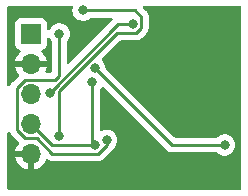
<source format=gbr>
%TF.GenerationSoftware,KiCad,Pcbnew,7.0.1-0*%
%TF.CreationDate,2023-04-25T00:20:10+03:00*%
%TF.ProjectId,power switch with delay,706f7765-7220-4737-9769-746368207769,rev?*%
%TF.SameCoordinates,Original*%
%TF.FileFunction,Copper,L2,Bot*%
%TF.FilePolarity,Positive*%
%FSLAX46Y46*%
G04 Gerber Fmt 4.6, Leading zero omitted, Abs format (unit mm)*
G04 Created by KiCad (PCBNEW 7.0.1-0) date 2023-04-25 00:20:10*
%MOMM*%
%LPD*%
G01*
G04 APERTURE LIST*
%TA.AperFunction,ComponentPad*%
%ADD10R,1.700000X1.700000*%
%TD*%
%TA.AperFunction,ComponentPad*%
%ADD11O,1.700000X1.700000*%
%TD*%
%TA.AperFunction,ViaPad*%
%ADD12C,0.800000*%
%TD*%
%TA.AperFunction,Conductor*%
%ADD13C,0.250000*%
%TD*%
G04 APERTURE END LIST*
D10*
%TO.P,J1,1,Pin_1*%
%TO.N,OUT+*%
X115200000Y-90600000D03*
D11*
%TO.P,J1,2,Pin_2*%
%TO.N,GND*%
X115200000Y-93140000D03*
%TO.P,J1,3,Pin_3*%
%TO.N,BUT*%
X115200000Y-95680000D03*
%TO.P,J1,4,Pin_4*%
%TO.N,VCC*%
X115200000Y-98220000D03*
%TO.P,J1,5,Pin_5*%
%TO.N,GND*%
X115200000Y-100760000D03*
%TD*%
D12*
%TO.N,Net-(C3-Pad2)*%
X131600000Y-100000000D03*
X120591807Y-93475500D03*
%TO.N,OUT+*%
X121600000Y-99600000D03*
X117600000Y-90600000D03*
%TO.N,Net-(JP1-C)*%
X119600000Y-88600000D03*
X117600000Y-99275500D03*
%TO.N,VCC*%
X120400000Y-94675500D03*
X120600000Y-100000000D03*
%TO.N,BUT*%
X123800000Y-89800000D03*
X116800000Y-95600000D03*
%TD*%
D13*
%TO.N,Net-(C3-Pad2)*%
X131600000Y-100000000D02*
X127116307Y-100000000D01*
X127116307Y-100000000D02*
X120591807Y-93475500D01*
%TO.N,Net-(JP1-C)*%
X117600000Y-99275500D02*
X117600000Y-95436396D01*
X117600000Y-95436396D02*
X122511396Y-90525000D01*
X122511396Y-90525000D02*
X124100305Y-90525000D01*
X124100305Y-90525000D02*
X124525000Y-90100305D01*
X124525000Y-90100305D02*
X124525000Y-89125000D01*
X124525000Y-89125000D02*
X124000000Y-88600000D01*
X124000000Y-88600000D02*
X119600000Y-88600000D01*
%TO.N,OUT+*%
X121600000Y-100025305D02*
X121600000Y-99600000D01*
X120900305Y-100725000D02*
X121600000Y-100025305D01*
X117016701Y-100725000D02*
X120900305Y-100725000D01*
X115686701Y-99395000D02*
X117016701Y-100725000D01*
X114025000Y-98706701D02*
X114713299Y-99395000D01*
X114025000Y-95193299D02*
X114025000Y-98706701D01*
X117600000Y-90600000D02*
X117600000Y-94163604D01*
X114713299Y-94505000D02*
X114025000Y-95193299D01*
X117600000Y-94163604D02*
X117258604Y-94505000D01*
X117258604Y-94505000D02*
X114713299Y-94505000D01*
X114713299Y-99395000D02*
X115686701Y-99395000D01*
%TO.N,VCC*%
X120600000Y-100000000D02*
X116980000Y-100000000D01*
X116980000Y-100000000D02*
X115200000Y-98220000D01*
X120400000Y-99800000D02*
X120600000Y-100000000D01*
X120400000Y-94675500D02*
X120400000Y-99800000D01*
%TO.N,BUT*%
X122600000Y-89800000D02*
X123800000Y-89800000D01*
X116800000Y-95600000D02*
X122600000Y-89800000D01*
%TD*%
%TA.AperFunction,Conductor*%
%TO.N,GND*%
G36*
X132937500Y-88217113D02*
G01*
X132982887Y-88262500D01*
X132999500Y-88324500D01*
X132999500Y-103675500D01*
X132982887Y-103737500D01*
X132937500Y-103782887D01*
X132875500Y-103799500D01*
X113324500Y-103799500D01*
X113262500Y-103782887D01*
X113217113Y-103737500D01*
X113200500Y-103675500D01*
X113200500Y-101010000D01*
X113869364Y-101010000D01*
X113926569Y-101223492D01*
X114026399Y-101437576D01*
X114161893Y-101631081D01*
X114328918Y-101798106D01*
X114522423Y-101933600D01*
X114736507Y-102033430D01*
X114949999Y-102090635D01*
X114950000Y-102090636D01*
X114950000Y-101010000D01*
X113869364Y-101010000D01*
X113200500Y-101010000D01*
X113200500Y-98982029D01*
X113214311Y-98925157D01*
X113252669Y-98880953D01*
X113307028Y-98859266D01*
X113365279Y-98864926D01*
X113414446Y-98896672D01*
X113443576Y-98947433D01*
X113446381Y-98957090D01*
X113456580Y-98974336D01*
X113465136Y-98991801D01*
X113472514Y-99010433D01*
X113472515Y-99010434D01*
X113498180Y-99045760D01*
X113504593Y-99055523D01*
X113526826Y-99093117D01*
X113526829Y-99093120D01*
X113526830Y-99093121D01*
X113540995Y-99107286D01*
X113553627Y-99122076D01*
X113565406Y-99138288D01*
X113599058Y-99166127D01*
X113607699Y-99173990D01*
X114154578Y-99720869D01*
X114186642Y-99776346D01*
X114186731Y-99840422D01*
X114165166Y-99877972D01*
X114168112Y-99880035D01*
X114026400Y-100082421D01*
X113926569Y-100296507D01*
X113869364Y-100509999D01*
X113869364Y-100510000D01*
X115326000Y-100510000D01*
X115388000Y-100526613D01*
X115433387Y-100572000D01*
X115450000Y-100634000D01*
X115450000Y-102090635D01*
X115663492Y-102033430D01*
X115877576Y-101933600D01*
X116071081Y-101798106D01*
X116238106Y-101631081D01*
X116373600Y-101437576D01*
X116449874Y-101274008D01*
X116485999Y-101228633D01*
X116538807Y-101204650D01*
X116596746Y-101207306D01*
X116632348Y-101227592D01*
X116632391Y-101227515D01*
X116663673Y-101244712D01*
X116679937Y-101255396D01*
X116691673Y-101264499D01*
X116695765Y-101267673D01*
X116720610Y-101278424D01*
X116735853Y-101285021D01*
X116746332Y-101290154D01*
X116784609Y-101311197D01*
X116804007Y-101316177D01*
X116822409Y-101322477D01*
X116840805Y-101330438D01*
X116883962Y-101337273D01*
X116895365Y-101339634D01*
X116937682Y-101350500D01*
X116957717Y-101350500D01*
X116977114Y-101352026D01*
X116996897Y-101355160D01*
X117040375Y-101351050D01*
X117052045Y-101350500D01*
X120817561Y-101350500D01*
X120838067Y-101352764D01*
X120840970Y-101352672D01*
X120840972Y-101352673D01*
X120908177Y-101350561D01*
X120912073Y-101350500D01*
X120939654Y-101350500D01*
X120939655Y-101350500D01*
X120943624Y-101349998D01*
X120955270Y-101349080D01*
X120998932Y-101347709D01*
X121018164Y-101342120D01*
X121037223Y-101338174D01*
X121044396Y-101337268D01*
X121057097Y-101335664D01*
X121097712Y-101319582D01*
X121108749Y-101315803D01*
X121150695Y-101303618D01*
X121167934Y-101293422D01*
X121185407Y-101284862D01*
X121204037Y-101277486D01*
X121239369Y-101251814D01*
X121249135Y-101245400D01*
X121277487Y-101228633D01*
X121286725Y-101223170D01*
X121300890Y-101209004D01*
X121315678Y-101196373D01*
X121331892Y-101184594D01*
X121359743Y-101150926D01*
X121367584Y-101142309D01*
X121983788Y-100526106D01*
X121999885Y-100513211D01*
X122001873Y-100511092D01*
X122001877Y-100511091D01*
X122047948Y-100462028D01*
X122050566Y-100459328D01*
X122070120Y-100439776D01*
X122072581Y-100436603D01*
X122080156Y-100427732D01*
X122110062Y-100395887D01*
X122119712Y-100378332D01*
X122130394Y-100362069D01*
X122142673Y-100346241D01*
X122146516Y-100337358D01*
X122187436Y-100286280D01*
X122205871Y-100272888D01*
X122332533Y-100132216D01*
X122427179Y-99968284D01*
X122485674Y-99788256D01*
X122505460Y-99600000D01*
X122485674Y-99411744D01*
X122453427Y-99312500D01*
X122427179Y-99231715D01*
X122332533Y-99067783D01*
X122205870Y-98927110D01*
X122052730Y-98815848D01*
X121879802Y-98738855D01*
X121694648Y-98699500D01*
X121694646Y-98699500D01*
X121505354Y-98699500D01*
X121505352Y-98699500D01*
X121320199Y-98738854D01*
X121199935Y-98792400D01*
X121139771Y-98802738D01*
X121081965Y-98783115D01*
X121040527Y-98738288D01*
X121025500Y-98679120D01*
X121025500Y-95374187D01*
X121033736Y-95329749D01*
X121057347Y-95291217D01*
X121132533Y-95207716D01*
X121164066Y-95153098D01*
X121202561Y-95111997D01*
X121255267Y-95092159D01*
X121311311Y-95097679D01*
X121359134Y-95127417D01*
X126615503Y-100383787D01*
X126628403Y-100399888D01*
X126679530Y-100447900D01*
X126682327Y-100450611D01*
X126701836Y-100470120D01*
X126705018Y-100472588D01*
X126713878Y-100480155D01*
X126745658Y-100509999D01*
X126745725Y-100510062D01*
X126763277Y-100519711D01*
X126779545Y-100530397D01*
X126795371Y-100542673D01*
X126835453Y-100560017D01*
X126845940Y-100565155D01*
X126884214Y-100586197D01*
X126892717Y-100588379D01*
X126903615Y-100591178D01*
X126922020Y-100597478D01*
X126940411Y-100605437D01*
X126983557Y-100612270D01*
X126994975Y-100614635D01*
X127037288Y-100625500D01*
X127057323Y-100625500D01*
X127076722Y-100627027D01*
X127096503Y-100630160D01*
X127139981Y-100626050D01*
X127151651Y-100625500D01*
X130896253Y-100625500D01*
X130946688Y-100636220D01*
X130988401Y-100666526D01*
X130994129Y-100672888D01*
X131147270Y-100784151D01*
X131147271Y-100784151D01*
X131147272Y-100784152D01*
X131320197Y-100861144D01*
X131505352Y-100900500D01*
X131505354Y-100900500D01*
X131694646Y-100900500D01*
X131694648Y-100900500D01*
X131818084Y-100874262D01*
X131879803Y-100861144D01*
X132052730Y-100784151D01*
X132205871Y-100672888D01*
X132332533Y-100532216D01*
X132427179Y-100368284D01*
X132485674Y-100188256D01*
X132505460Y-100000000D01*
X132485674Y-99811744D01*
X132427179Y-99631716D01*
X132427179Y-99631715D01*
X132332533Y-99467783D01*
X132205870Y-99327110D01*
X132052730Y-99215848D01*
X131879802Y-99138855D01*
X131694648Y-99099500D01*
X131694646Y-99099500D01*
X131505354Y-99099500D01*
X131505352Y-99099500D01*
X131320197Y-99138855D01*
X131147272Y-99215847D01*
X131081737Y-99263461D01*
X130994129Y-99327112D01*
X130988401Y-99333473D01*
X130946688Y-99363780D01*
X130896253Y-99374500D01*
X127426760Y-99374500D01*
X127379307Y-99365061D01*
X127339079Y-99338181D01*
X121530767Y-93529869D01*
X121506527Y-93495571D01*
X121495128Y-93455155D01*
X121477481Y-93287244D01*
X121418986Y-93107216D01*
X121418986Y-93107215D01*
X121324342Y-92943286D01*
X121308697Y-92925911D01*
X121238839Y-92848326D01*
X121210169Y-92793250D01*
X121211795Y-92731177D01*
X121243308Y-92677677D01*
X122734167Y-91186819D01*
X122774396Y-91159939D01*
X122821849Y-91150500D01*
X124017561Y-91150500D01*
X124038067Y-91152764D01*
X124040970Y-91152672D01*
X124040972Y-91152673D01*
X124108177Y-91150561D01*
X124112073Y-91150500D01*
X124139654Y-91150500D01*
X124139655Y-91150500D01*
X124143624Y-91149998D01*
X124155270Y-91149080D01*
X124198932Y-91147709D01*
X124218164Y-91142120D01*
X124237223Y-91138174D01*
X124243501Y-91137381D01*
X124257097Y-91135664D01*
X124297712Y-91119582D01*
X124308749Y-91115803D01*
X124350695Y-91103618D01*
X124367934Y-91093422D01*
X124385407Y-91084862D01*
X124404037Y-91077486D01*
X124439369Y-91051814D01*
X124449135Y-91045400D01*
X124486723Y-91023171D01*
X124486722Y-91023171D01*
X124486725Y-91023170D01*
X124500890Y-91009004D01*
X124515678Y-90996373D01*
X124531892Y-90984594D01*
X124559743Y-90950926D01*
X124567584Y-90942309D01*
X124908786Y-90601107D01*
X124924881Y-90588215D01*
X124926873Y-90586093D01*
X124926877Y-90586091D01*
X124972948Y-90537028D01*
X124975566Y-90534328D01*
X124995120Y-90514776D01*
X124997581Y-90511603D01*
X125005156Y-90502732D01*
X125035062Y-90470887D01*
X125044717Y-90453323D01*
X125055394Y-90437069D01*
X125067673Y-90421241D01*
X125085018Y-90381157D01*
X125090160Y-90370661D01*
X125111197Y-90332397D01*
X125116179Y-90312989D01*
X125122481Y-90294585D01*
X125130437Y-90276201D01*
X125137269Y-90233057D01*
X125139633Y-90221643D01*
X125150500Y-90179324D01*
X125150500Y-90159289D01*
X125152027Y-90139890D01*
X125152068Y-90139626D01*
X125155160Y-90120109D01*
X125151050Y-90076630D01*
X125150500Y-90064961D01*
X125150500Y-89207741D01*
X125152763Y-89187237D01*
X125151034Y-89132216D01*
X125150561Y-89117145D01*
X125150500Y-89113251D01*
X125150500Y-89085657D01*
X125150500Y-89085650D01*
X125149995Y-89081653D01*
X125149080Y-89070023D01*
X125147709Y-89026373D01*
X125142120Y-89007140D01*
X125138174Y-88988082D01*
X125135664Y-88968208D01*
X125119588Y-88927606D01*
X125115804Y-88916552D01*
X125103619Y-88874613D01*
X125103618Y-88874612D01*
X125103618Y-88874610D01*
X125093417Y-88857361D01*
X125084860Y-88839895D01*
X125077486Y-88821268D01*
X125051813Y-88785932D01*
X125045402Y-88776172D01*
X125023169Y-88738578D01*
X125009006Y-88724415D01*
X124996369Y-88709620D01*
X124984595Y-88693414D01*
X124984594Y-88693413D01*
X124950935Y-88665568D01*
X124942305Y-88657714D01*
X124696772Y-88412181D01*
X124666522Y-88362818D01*
X124661980Y-88305102D01*
X124684135Y-88251615D01*
X124728158Y-88214015D01*
X124784453Y-88200500D01*
X132875500Y-88200500D01*
X132937500Y-88217113D01*
G37*
%TD.AperFunction*%
%TA.AperFunction,Conductor*%
G36*
X118668587Y-88214015D02*
G01*
X118712610Y-88251614D01*
X118734765Y-88305102D01*
X118730223Y-88362817D01*
X118714326Y-88411740D01*
X118694540Y-88599999D01*
X118714326Y-88788257D01*
X118772820Y-88968284D01*
X118867466Y-89132216D01*
X118994129Y-89272889D01*
X119147269Y-89384151D01*
X119320197Y-89461144D01*
X119505352Y-89500500D01*
X119505354Y-89500500D01*
X119694646Y-89500500D01*
X119694648Y-89500500D01*
X119818084Y-89474262D01*
X119879803Y-89461144D01*
X120052730Y-89384151D01*
X120205871Y-89272888D01*
X120211598Y-89266526D01*
X120253312Y-89236220D01*
X120303747Y-89225500D01*
X121990547Y-89225500D01*
X122046842Y-89239015D01*
X122090865Y-89276615D01*
X122113020Y-89330102D01*
X122108478Y-89387818D01*
X122078228Y-89437181D01*
X118437181Y-93078228D01*
X118387818Y-93108478D01*
X118330102Y-93113020D01*
X118276615Y-93090865D01*
X118239015Y-93046842D01*
X118225500Y-92990547D01*
X118225500Y-91298687D01*
X118233736Y-91254249D01*
X118257347Y-91215717D01*
X118332533Y-91132216D01*
X118332536Y-91132212D01*
X118427179Y-90968284D01*
X118432814Y-90950942D01*
X118485674Y-90788256D01*
X118505460Y-90600000D01*
X118485674Y-90411744D01*
X118436824Y-90261400D01*
X118427179Y-90231715D01*
X118332533Y-90067783D01*
X118205870Y-89927110D01*
X118052730Y-89815848D01*
X117879802Y-89738855D01*
X117694648Y-89699500D01*
X117694646Y-89699500D01*
X117505354Y-89699500D01*
X117505352Y-89699500D01*
X117320197Y-89738855D01*
X117147269Y-89815848D01*
X116994129Y-89927110D01*
X116867466Y-90067784D01*
X116781886Y-90216013D01*
X116736499Y-90261400D01*
X116674499Y-90278013D01*
X116612499Y-90261400D01*
X116567112Y-90216013D01*
X116550499Y-90154013D01*
X116550499Y-89702130D01*
X116550216Y-89699500D01*
X116544091Y-89642517D01*
X116493796Y-89507669D01*
X116407546Y-89392454D01*
X116292331Y-89306204D01*
X116157483Y-89255909D01*
X116097873Y-89249500D01*
X116097869Y-89249500D01*
X114302130Y-89249500D01*
X114242515Y-89255909D01*
X114107669Y-89306204D01*
X113992454Y-89392454D01*
X113906204Y-89507668D01*
X113855909Y-89642515D01*
X113855909Y-89642517D01*
X113849783Y-89699500D01*
X113849500Y-89702130D01*
X113849500Y-91497869D01*
X113855909Y-91557483D01*
X113906204Y-91692331D01*
X113992454Y-91807546D01*
X114107669Y-91893796D01*
X114239598Y-91943002D01*
X114289978Y-91977981D01*
X114317431Y-92032825D01*
X114315242Y-92094118D01*
X114283947Y-92146865D01*
X114161888Y-92268924D01*
X114026400Y-92462421D01*
X113926569Y-92676507D01*
X113869364Y-92889999D01*
X113869364Y-92890000D01*
X116530636Y-92890000D01*
X116530635Y-92889999D01*
X116473430Y-92676507D01*
X116373599Y-92462421D01*
X116238109Y-92268921D01*
X116116053Y-92146865D01*
X116084757Y-92094119D01*
X116082568Y-92032826D01*
X116110021Y-91977981D01*
X116160398Y-91943003D01*
X116292331Y-91893796D01*
X116407546Y-91807546D01*
X116493796Y-91692331D01*
X116544091Y-91557483D01*
X116550500Y-91497873D01*
X116550499Y-91045984D01*
X116567112Y-90983987D01*
X116612499Y-90938600D01*
X116674499Y-90921987D01*
X116736499Y-90938600D01*
X116781886Y-90983987D01*
X116867464Y-91132212D01*
X116867465Y-91132213D01*
X116867467Y-91132216D01*
X116942652Y-91215717D01*
X116966264Y-91254249D01*
X116974500Y-91298687D01*
X116974500Y-93755500D01*
X116957887Y-93817500D01*
X116912500Y-93862887D01*
X116850500Y-93879500D01*
X116539367Y-93879500D01*
X116479724Y-93864214D01*
X116434786Y-93822125D01*
X116415632Y-93763610D01*
X116426985Y-93703095D01*
X116473430Y-93603492D01*
X116530636Y-93390000D01*
X113869364Y-93390000D01*
X113926569Y-93603492D01*
X114026399Y-93817576D01*
X114168113Y-94019964D01*
X114165134Y-94022049D01*
X114186672Y-94059353D01*
X114186672Y-94123541D01*
X114154578Y-94179128D01*
X113641208Y-94692498D01*
X113625110Y-94705395D01*
X113577096Y-94756524D01*
X113574391Y-94759316D01*
X113554874Y-94778833D01*
X113552415Y-94782004D01*
X113544842Y-94790871D01*
X113514935Y-94822719D01*
X113505285Y-94840273D01*
X113494609Y-94856527D01*
X113482326Y-94872362D01*
X113464975Y-94912457D01*
X113459838Y-94922943D01*
X113433163Y-94971466D01*
X113388292Y-95018063D01*
X113326059Y-95035720D01*
X113263402Y-95019633D01*
X113217374Y-94974180D01*
X113200500Y-94911730D01*
X113200500Y-88324500D01*
X113217113Y-88262500D01*
X113262500Y-88217113D01*
X113324500Y-88200500D01*
X118612292Y-88200500D01*
X118668587Y-88214015D01*
G37*
%TD.AperFunction*%
%TD*%
M02*

</source>
